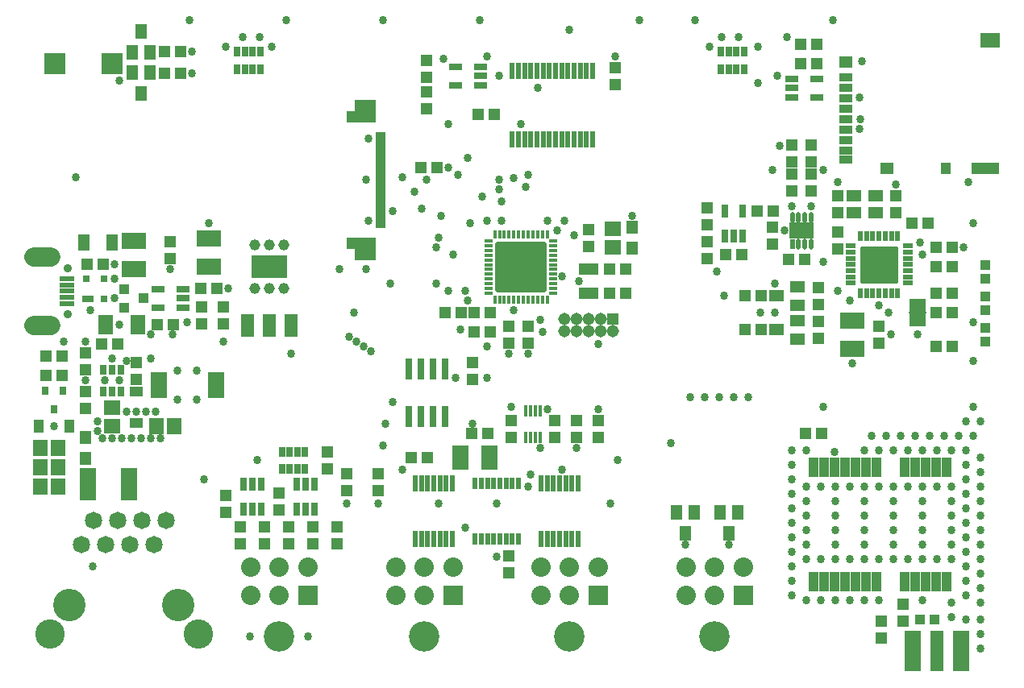
<source format=gts>
G04 EAGLE Gerber RS-274X export*
G75*
%MOMM*%
%FSLAX34Y34*%
%LPD*%
%INSoldermask Top*%
%IPPOS*%
%AMOC8*
5,1,8,0,0,1.08239X$1,22.5*%
G01*
%ADD10R,1.203200X1.303200*%
%ADD11R,1.303200X1.203200*%
%ADD12R,2.603200X1.803200*%
%ADD13R,1.703200X1.503200*%
%ADD14R,1.574800X0.609600*%
%ADD15C,2.003200*%
%ADD16C,0.903200*%
%ADD17R,0.603200X1.703200*%
%ADD18R,1.422400X2.438400*%
%ADD19R,3.803200X2.403200*%
%ADD20R,1.403200X0.753200*%
%ADD21R,0.762000X1.473200*%
%ADD22R,0.762000X2.184400*%
%ADD23R,1.727200X4.267200*%
%ADD24R,1.473200X4.267200*%
%ADD25R,0.508000X1.193800*%
%ADD26R,0.457200X1.270000*%
%ADD27R,2.203200X2.203200*%
%ADD28R,1.503200X1.703200*%
%ADD29R,2.200000X1.150000*%
%ADD30R,3.050000X1.300000*%
%ADD31R,1.003200X0.503200*%
%ADD32R,1.803200X2.603200*%
%ADD33R,0.558800X1.676400*%
%ADD34R,1.003200X2.003200*%
%ADD35R,1.403200X0.903200*%
%ADD36R,1.003200X1.203200*%
%ADD37R,1.403200X1.203200*%
%ADD38R,3.003200X1.203200*%
%ADD39R,2.103200X1.503200*%
%ADD40C,3.083200*%
%ADD41C,1.823200*%
%ADD42C,3.403200*%
%ADD43R,1.703200X2.703200*%
%ADD44R,1.003200X1.003200*%
%ADD45R,0.703200X1.103200*%
%ADD46R,1.203200X1.603200*%
%ADD47R,1.503200X1.303200*%
%ADD48R,2.039200X2.039200*%
%ADD49C,2.039200*%
%ADD50C,3.203200*%
%ADD51R,0.495200X1.109200*%
%ADD52C,0.495200*%
%ADD53R,2.003200X1.203200*%
%ADD54R,1.311200X1.311200*%
%ADD55C,1.311200*%
%ADD56R,1.113200X1.423200*%
%ADD57R,1.423200X1.113200*%
%ADD58R,1.603200X2.003200*%
%ADD59R,1.203200X1.403200*%
%ADD60R,0.803200X1.103200*%
%ADD61R,1.203200X0.803200*%
%ADD62R,0.803200X0.803200*%
%ADD63R,0.553200X1.053200*%
%ADD64R,1.053200X0.553200*%
%ADD65C,0.390319*%
%ADD66R,1.092200X0.990600*%
%ADD67R,0.762200X0.927200*%
%ADD68R,1.203200X1.803200*%
%ADD69R,1.703200X3.403200*%
%ADD70R,1.803400X1.371600*%
%ADD71R,1.828800X0.152400*%
%ADD72R,1.603200X1.203200*%
%ADD73C,0.481788*%
%ADD74R,0.903200X0.453200*%
%ADD75R,0.453200X0.903200*%
%ADD76C,0.855600*%
%ADD77C,1.155600*%


D10*
X528320Y361560D03*
X528320Y344560D03*
X899160Y34680D03*
X899160Y51680D03*
D11*
X814460Y657860D03*
X831460Y657860D03*
D10*
X591820Y446160D03*
X591820Y463160D03*
X469900Y323460D03*
X469900Y306460D03*
X508000Y361560D03*
X508000Y344560D03*
D11*
X488560Y355600D03*
X471560Y355600D03*
D12*
X114300Y451880D03*
X114300Y421880D03*
X193040Y424420D03*
X193040Y454420D03*
D11*
X613800Y396240D03*
X630800Y396240D03*
X138820Y363220D03*
X155820Y363220D03*
X65160Y426720D03*
X82160Y426720D03*
X613800Y421640D03*
X630800Y421640D03*
D10*
X619760Y616340D03*
X619760Y633340D03*
D13*
X91440Y276200D03*
X91440Y257200D03*
D10*
X116840Y323460D03*
X116840Y306460D03*
X210820Y183760D03*
X210820Y166760D03*
X317500Y212480D03*
X317500Y229480D03*
D11*
X458080Y375920D03*
X441080Y375920D03*
D10*
X208280Y381880D03*
X208280Y364880D03*
D11*
X819540Y248920D03*
X836540Y248920D03*
D14*
X43815Y398780D03*
X43815Y405193D03*
X43815Y385955D03*
D15*
X27256Y434896D02*
X9256Y434896D01*
X9256Y362664D02*
X27256Y362664D01*
D14*
X43815Y392368D03*
X43815Y411605D03*
D16*
X44450Y422989D03*
X44450Y374571D03*
D17*
X595970Y630610D03*
X589470Y630610D03*
X582970Y630610D03*
X576470Y630610D03*
X569970Y630610D03*
X563470Y630610D03*
X556970Y630610D03*
X550470Y630610D03*
X543970Y630610D03*
X537470Y630610D03*
X530970Y630610D03*
X524470Y630610D03*
X517970Y630610D03*
X511470Y630610D03*
X511470Y558110D03*
X517970Y558110D03*
X524470Y558110D03*
X530970Y558110D03*
X537470Y558110D03*
X543970Y558110D03*
X550470Y558110D03*
X556970Y558110D03*
X563470Y558110D03*
X569970Y558110D03*
X576470Y558110D03*
X582970Y558110D03*
X589470Y558110D03*
X595970Y558110D03*
D18*
X233426Y362712D03*
X256540Y362712D03*
X279654Y362712D03*
D19*
X256540Y424690D03*
D20*
X165401Y381660D03*
X165401Y391160D03*
X165401Y400660D03*
X139399Y400660D03*
X139399Y381660D03*
D10*
X80400Y342900D03*
X97400Y342900D03*
D11*
X922020Y69460D03*
X922020Y52460D03*
D10*
X488560Y375920D03*
X471560Y375920D03*
D11*
X63500Y275980D03*
X63500Y292980D03*
X152400Y433460D03*
X152400Y450460D03*
X63500Y333620D03*
X63500Y316620D03*
D10*
X184540Y401320D03*
X201540Y401320D03*
D11*
X185420Y364880D03*
X185420Y381880D03*
D10*
X492370Y584200D03*
X475370Y584200D03*
D21*
X229362Y169926D03*
X238760Y169926D03*
X248158Y169926D03*
X248158Y195834D03*
X238760Y195834D03*
X229362Y195834D03*
X285242Y169926D03*
X294640Y169926D03*
X304038Y169926D03*
X304038Y195834D03*
X294640Y195834D03*
X285242Y195834D03*
D22*
X402590Y267462D03*
X415290Y267462D03*
X427990Y267462D03*
X440690Y267462D03*
X440690Y316738D03*
X427990Y316738D03*
X415290Y316738D03*
X402590Y316738D03*
D23*
X982980Y20320D03*
X932180Y20320D03*
D24*
X957580Y20320D03*
D25*
X518050Y196818D03*
X511550Y196818D03*
X505050Y196818D03*
X498550Y196818D03*
X492050Y196818D03*
X485550Y196818D03*
X479050Y196818D03*
X472550Y196818D03*
X472550Y138462D03*
X479050Y138462D03*
X485550Y138462D03*
X492050Y138462D03*
X498550Y138462D03*
X505050Y138462D03*
X511550Y138462D03*
X518050Y138462D03*
D26*
X541020Y273304D03*
X535940Y273304D03*
X530860Y273304D03*
X525780Y273304D03*
X525780Y244856D03*
X530860Y244856D03*
X535940Y244856D03*
X541020Y244856D03*
D27*
X90960Y637540D03*
X30960Y637540D03*
D28*
X156820Y256540D03*
X137820Y256540D03*
D29*
X356980Y437370D03*
D30*
X352730Y449120D03*
D29*
X356980Y593870D03*
D30*
X352730Y582120D03*
D31*
X372980Y563120D03*
X372980Y558120D03*
X372980Y553120D03*
X372980Y548120D03*
X372980Y543120D03*
X372980Y538120D03*
X372980Y533120D03*
X372980Y528120D03*
X372980Y523120D03*
X372980Y518120D03*
X372980Y513120D03*
X372980Y508120D03*
X372980Y503120D03*
X372980Y498120D03*
X372980Y493120D03*
X372980Y488120D03*
X372980Y483120D03*
X372980Y478120D03*
X372980Y473120D03*
X372980Y468120D03*
D11*
X486020Y248920D03*
X469020Y248920D03*
D10*
X601980Y245500D03*
X601980Y262500D03*
D32*
X487440Y223520D03*
X457440Y223520D03*
D33*
X541782Y138430D03*
X548386Y138430D03*
X554736Y138430D03*
X561340Y138430D03*
X567944Y138430D03*
X574294Y138430D03*
X580898Y138430D03*
X580898Y196850D03*
X574294Y196850D03*
X567944Y196850D03*
X561340Y196850D03*
X554736Y196850D03*
X548386Y196850D03*
X541782Y196850D03*
X448818Y196850D03*
X442214Y196850D03*
X435864Y196850D03*
X429260Y196850D03*
X422656Y196850D03*
X416306Y196850D03*
X409702Y196850D03*
X409702Y138430D03*
X416306Y138430D03*
X422656Y138430D03*
X429260Y138430D03*
X435864Y138430D03*
X442214Y138430D03*
X448818Y138430D03*
D11*
X405520Y223520D03*
X422520Y223520D03*
D10*
X508000Y103260D03*
X508000Y120260D03*
D34*
X827700Y93480D03*
X838700Y93480D03*
X849700Y93480D03*
X860700Y93480D03*
X871700Y93480D03*
X882700Y93480D03*
X893700Y93480D03*
X923700Y93480D03*
X934700Y93480D03*
X945700Y93480D03*
X956700Y93480D03*
X967700Y93480D03*
X967700Y213480D03*
X956700Y213480D03*
X945700Y213480D03*
X934700Y213480D03*
X923700Y213480D03*
X893700Y213480D03*
X882700Y213480D03*
X871700Y213480D03*
X860700Y213480D03*
X849700Y213480D03*
X838700Y213480D03*
X827700Y213480D03*
D20*
X804879Y621640D03*
X804879Y612140D03*
X804879Y602640D03*
X830881Y602640D03*
X830881Y621640D03*
D35*
X862060Y623820D03*
X862060Y612820D03*
X862060Y601820D03*
X862060Y590820D03*
X862060Y579820D03*
X862060Y568820D03*
X862060Y557820D03*
X862060Y546820D03*
D36*
X967060Y527820D03*
D35*
X862060Y537320D03*
D37*
X862060Y639320D03*
X905060Y527820D03*
D38*
X1008560Y527820D03*
D39*
X1013060Y662820D03*
D40*
X181580Y38100D03*
X26180Y38100D03*
D41*
X72130Y157500D03*
X148330Y157500D03*
X122930Y157500D03*
X135630Y132100D03*
X110230Y132100D03*
X59430Y132100D03*
X84830Y132100D03*
X97530Y157500D03*
D42*
X161030Y68700D03*
X46730Y68700D03*
D43*
X140180Y299720D03*
X200180Y299720D03*
D44*
X939800Y53340D03*
X955040Y53340D03*
D45*
X754950Y650350D03*
X746950Y650350D03*
X738950Y650350D03*
X730950Y650350D03*
X730950Y632350D03*
X738950Y632350D03*
X746950Y632350D03*
X754950Y632350D03*
X246950Y650350D03*
X238950Y650350D03*
X230950Y650350D03*
X222950Y650350D03*
X222950Y632350D03*
X230950Y632350D03*
X238950Y632350D03*
X246950Y632350D03*
X269940Y211980D03*
X277940Y211980D03*
X285940Y211980D03*
X293940Y211980D03*
X293940Y229980D03*
X285940Y229980D03*
X277940Y229980D03*
X269940Y229980D03*
D11*
X421640Y623960D03*
X421640Y640960D03*
X421640Y607940D03*
X421640Y590940D03*
D10*
X814460Y637540D03*
X831460Y637540D03*
D11*
X579120Y245500D03*
X579120Y262500D03*
X556260Y262500D03*
X556260Y245500D03*
X510540Y262500D03*
X510540Y245500D03*
X226060Y133740D03*
X226060Y150740D03*
X251460Y133740D03*
X251460Y150740D03*
X302260Y133740D03*
X302260Y150740D03*
X266700Y186300D03*
X266700Y169300D03*
X276860Y133740D03*
X276860Y150740D03*
X327660Y133740D03*
X327660Y150740D03*
X370840Y206620D03*
X370840Y189620D03*
X337820Y206620D03*
X337820Y189620D03*
D10*
X415680Y528320D03*
X432680Y528320D03*
X948300Y469900D03*
X931300Y469900D03*
X914400Y481720D03*
X914400Y498720D03*
X853440Y481720D03*
X853440Y498720D03*
D11*
X956700Y444500D03*
X973700Y444500D03*
D10*
X956700Y375920D03*
X973700Y375920D03*
X853440Y443620D03*
X853440Y460620D03*
D12*
X868680Y368060D03*
X868680Y338060D03*
D11*
X896620Y344560D03*
X896620Y361560D03*
D44*
X1008380Y345560D03*
X1008380Y360560D03*
D10*
X956700Y340360D03*
X973700Y340360D03*
D44*
X1008380Y426600D03*
X1008380Y411600D03*
X1008380Y378580D03*
X1008380Y393580D03*
D10*
X956700Y424180D03*
X973700Y424180D03*
D46*
X739140Y143940D03*
X729640Y165940D03*
X748640Y165940D03*
D11*
X805180Y504580D03*
X805180Y521580D03*
X825500Y504580D03*
X825500Y521580D03*
D10*
X805180Y535060D03*
X805180Y552060D03*
X825500Y535060D03*
X825500Y552060D03*
D11*
X818760Y431800D03*
X801760Y431800D03*
D47*
X892880Y499220D03*
X869880Y499220D03*
X869880Y481220D03*
X892880Y481220D03*
D10*
X38980Y309880D03*
X21980Y309880D03*
D48*
X601500Y78760D03*
D49*
X571500Y78760D03*
X541500Y78760D03*
X601500Y108760D03*
X571500Y108760D03*
X541500Y108760D03*
D50*
X571500Y35560D03*
D48*
X449100Y78760D03*
D49*
X419100Y78760D03*
X389100Y78760D03*
X449100Y108760D03*
X419100Y108760D03*
X389100Y108760D03*
D50*
X419100Y35560D03*
D48*
X296700Y78760D03*
D49*
X266700Y78760D03*
X236700Y78760D03*
X296700Y108760D03*
X266700Y108760D03*
X236700Y108760D03*
D50*
X266700Y35560D03*
D20*
X477821Y615340D03*
X477821Y624840D03*
X477821Y634340D03*
X451819Y634340D03*
X451819Y615340D03*
D51*
X805590Y448250D03*
D52*
X812090Y445180D02*
X812090Y451320D01*
X818590Y451320D02*
X818590Y445180D01*
X825090Y445180D02*
X825090Y451320D01*
X825090Y473240D02*
X825090Y479380D01*
X818590Y479380D02*
X818590Y473240D01*
X812090Y473240D02*
X812090Y479380D01*
X805590Y479380D02*
X805590Y473240D01*
D12*
X815340Y462280D03*
D53*
X591820Y421640D03*
X591820Y396640D03*
D54*
X617220Y369570D03*
D55*
X617220Y356870D03*
X604520Y369570D03*
X604520Y356870D03*
X591820Y369570D03*
X591820Y356870D03*
X579120Y369570D03*
X579120Y356870D03*
X566420Y369570D03*
X566420Y356870D03*
D56*
X46855Y256540D03*
X14105Y256540D03*
D57*
X116840Y260485D03*
X116840Y293235D03*
D58*
X118600Y363220D03*
X84600Y363220D03*
D59*
X63500Y244680D03*
X63500Y222680D03*
X637540Y443660D03*
X637540Y465660D03*
D60*
X100940Y316300D03*
X91440Y316300D03*
X81940Y316300D03*
X81940Y293300D03*
X91440Y293300D03*
X100940Y293300D03*
D61*
X66160Y390820D03*
D62*
X83160Y390820D03*
X83160Y411820D03*
X64160Y411820D03*
D63*
X916120Y456720D03*
X909620Y456720D03*
X903120Y456720D03*
X896620Y456720D03*
X890120Y456720D03*
X883620Y456720D03*
X877120Y456720D03*
D64*
X866620Y446220D03*
X866620Y439720D03*
X866620Y433220D03*
X866620Y426720D03*
X866620Y420220D03*
X866620Y413720D03*
X866620Y407220D03*
D63*
X877120Y396720D03*
X883620Y396720D03*
X890120Y396720D03*
X896620Y396720D03*
X903120Y396720D03*
X909620Y396720D03*
X916120Y396720D03*
D64*
X926620Y407220D03*
X926620Y413720D03*
X926620Y420220D03*
X926620Y426720D03*
X926620Y433220D03*
X926620Y439720D03*
X926620Y446220D03*
D65*
X879055Y444285D02*
X879055Y409155D01*
X879055Y444285D02*
X914185Y444285D01*
X914185Y409155D01*
X879055Y409155D01*
X879055Y412863D02*
X914185Y412863D01*
X914185Y416571D02*
X879055Y416571D01*
X879055Y420279D02*
X914185Y420279D01*
X914185Y423987D02*
X879055Y423987D01*
X879055Y427695D02*
X914185Y427695D01*
X914185Y431403D02*
X879055Y431403D01*
X879055Y435111D02*
X914185Y435111D01*
X914185Y438819D02*
X879055Y438819D01*
X879055Y442527D02*
X914185Y442527D01*
D66*
X124460Y391414D03*
X104140Y381762D03*
X104140Y401066D03*
D46*
X121920Y671400D03*
X131420Y649400D03*
X112420Y649400D03*
X121920Y606220D03*
X112420Y628220D03*
X131420Y628220D03*
D67*
X39980Y294320D03*
X20980Y294320D03*
X30480Y274640D03*
D10*
X163440Y627380D03*
X146440Y627380D03*
X163440Y650240D03*
X146440Y650240D03*
D11*
X21980Y330200D03*
X38980Y330200D03*
D68*
X61280Y449580D03*
X91280Y449580D03*
D69*
X66200Y195580D03*
X108700Y195580D03*
D13*
X617220Y445160D03*
X617220Y464160D03*
D11*
X784860Y465700D03*
X784860Y448700D03*
D10*
X956700Y396240D03*
X973700Y396240D03*
D70*
X937260Y368300D03*
X937260Y383540D03*
D71*
X937260Y375920D03*
D72*
X789100Y393700D03*
X811100Y403200D03*
X811100Y384200D03*
X789100Y358140D03*
X811100Y367640D03*
X811100Y348640D03*
D10*
X773040Y393700D03*
X756040Y393700D03*
X773040Y358140D03*
X756040Y358140D03*
D11*
X833120Y402200D03*
X833120Y385200D03*
X833120Y366640D03*
X833120Y349640D03*
X716280Y469020D03*
X716280Y486020D03*
X716280Y433460D03*
X716280Y450460D03*
D10*
X735720Y436880D03*
X752720Y436880D03*
X785740Y482600D03*
X768740Y482600D03*
D21*
X734822Y456946D03*
X744220Y456946D03*
X753618Y456946D03*
X753618Y482854D03*
X734822Y482854D03*
D73*
X545057Y448537D02*
X496343Y448537D01*
X545057Y448537D02*
X545057Y399823D01*
X496343Y399823D01*
X496343Y448537D01*
X496343Y404400D02*
X545057Y404400D01*
X545057Y408977D02*
X496343Y408977D01*
X496343Y413554D02*
X545057Y413554D01*
X545057Y418131D02*
X496343Y418131D01*
X496343Y422708D02*
X545057Y422708D01*
X545057Y427285D02*
X496343Y427285D01*
X496343Y431862D02*
X545057Y431862D01*
X545057Y436439D02*
X496343Y436439D01*
X496343Y441016D02*
X545057Y441016D01*
X545057Y445593D02*
X496343Y445593D01*
D74*
X554700Y396680D03*
X554700Y401680D03*
X554700Y406680D03*
X554700Y411680D03*
X554700Y416680D03*
X554700Y421680D03*
X554700Y426680D03*
X554700Y431680D03*
X554700Y436680D03*
X554700Y441680D03*
X554700Y446680D03*
X554700Y451680D03*
D75*
X548200Y458180D03*
X543200Y458180D03*
X538200Y458180D03*
X533200Y458180D03*
X528200Y458180D03*
X523200Y458180D03*
X518200Y458180D03*
X513200Y458180D03*
X508200Y458180D03*
X503200Y458180D03*
X498200Y458180D03*
X493200Y458180D03*
D74*
X486700Y451680D03*
X486700Y446680D03*
X486700Y441680D03*
X486700Y436680D03*
X486700Y431680D03*
X486700Y426680D03*
X486700Y421680D03*
X486700Y416680D03*
X486700Y411680D03*
X486700Y406680D03*
X486700Y401680D03*
X486700Y396680D03*
D75*
X493200Y390180D03*
X498200Y390180D03*
X503200Y390180D03*
X508200Y390180D03*
X513200Y390180D03*
X518200Y390180D03*
X523200Y390180D03*
X528200Y390180D03*
X533200Y390180D03*
X538200Y390180D03*
X543200Y390180D03*
X548200Y390180D03*
D48*
X753900Y78760D03*
D49*
X723900Y78760D03*
X693900Y78760D03*
X753900Y108760D03*
X723900Y108760D03*
X693900Y108760D03*
D50*
X723900Y35560D03*
D46*
X693420Y143940D03*
X683920Y165940D03*
X702920Y165940D03*
D28*
X15900Y233680D03*
X34900Y233680D03*
X15900Y213360D03*
X34900Y213360D03*
X15900Y193040D03*
X34900Y193040D03*
D76*
X528320Y193040D03*
X386080Y482600D03*
X279400Y332740D03*
X495300Y175260D03*
X838200Y429260D03*
X434340Y175260D03*
X614680Y175260D03*
X678180Y238760D03*
X337820Y175260D03*
X370840Y175260D03*
X187960Y200660D03*
X820420Y193040D03*
X820420Y177800D03*
X820420Y162560D03*
X820420Y147320D03*
X820420Y132080D03*
X820420Y116840D03*
X835660Y193040D03*
X866140Y193040D03*
X896620Y193040D03*
X927100Y193040D03*
X957580Y193040D03*
X850900Y193040D03*
X850900Y177800D03*
X850900Y162560D03*
X850900Y147320D03*
X850900Y132080D03*
X850900Y116840D03*
X835660Y116840D03*
X881380Y193040D03*
X911860Y193040D03*
X942340Y193040D03*
X972820Y193040D03*
X972820Y177800D03*
X972820Y162560D03*
X972820Y147320D03*
X972820Y132080D03*
X972820Y116840D03*
X957580Y116840D03*
X942340Y116840D03*
X927100Y116840D03*
X911860Y116840D03*
X896620Y116840D03*
X881380Y116840D03*
X866140Y116840D03*
X881380Y132080D03*
X881380Y147320D03*
X881380Y162560D03*
X881380Y177800D03*
X911860Y177800D03*
X911860Y162560D03*
X911860Y147320D03*
X911860Y132080D03*
X942340Y132080D03*
X942340Y147320D03*
X942340Y162560D03*
X942340Y177800D03*
X988060Y124460D03*
X988060Y109220D03*
X988060Y93980D03*
X988060Y78740D03*
X972820Y71120D03*
X942340Y73660D03*
X972820Y55880D03*
X988060Y53340D03*
X1003300Y53340D03*
X1003300Y38100D03*
X1003300Y22860D03*
X805180Y124460D03*
X805180Y109220D03*
X805180Y93980D03*
X805180Y78740D03*
X820420Y73660D03*
X835660Y73660D03*
X850900Y73660D03*
X866140Y73660D03*
X881380Y73660D03*
X896620Y73660D03*
X805180Y139700D03*
X805180Y154940D03*
X805180Y170180D03*
X988060Y139700D03*
X988060Y154940D03*
X988060Y170180D03*
X988060Y185420D03*
X988060Y200660D03*
X988060Y215900D03*
X988060Y231140D03*
X972820Y231140D03*
X957580Y231140D03*
X942340Y231140D03*
X927100Y231140D03*
X911860Y231140D03*
X896620Y231140D03*
X878840Y640080D03*
X881380Y231140D03*
X805180Y185420D03*
X805180Y200660D03*
X805180Y215900D03*
X805180Y231140D03*
X820420Y231140D03*
X995680Y246380D03*
X980440Y246380D03*
X965200Y246380D03*
X949960Y246380D03*
X934720Y246380D03*
X919480Y246380D03*
X904240Y246380D03*
X889000Y246380D03*
X988060Y261620D03*
X1003300Y261620D03*
X995680Y276860D03*
X1003300Y116840D03*
X1003300Y101600D03*
X1003300Y86360D03*
X1003300Y71120D03*
X1003300Y132080D03*
X1003300Y147320D03*
X1003300Y162560D03*
X1003300Y177800D03*
X1003300Y193040D03*
X1003300Y208280D03*
X1003300Y223520D03*
X538480Y612140D03*
X358140Y515620D03*
X462280Y149860D03*
X497840Y624840D03*
X132080Y243840D03*
X91440Y243840D03*
X76200Y251460D03*
X106680Y271780D03*
X127000Y271780D03*
X137160Y271780D03*
X116840Y271780D03*
X101600Y243840D03*
X111760Y243840D03*
X121920Y243840D03*
X142240Y243840D03*
X76200Y261620D03*
X91440Y327660D03*
X63500Y345440D03*
X132080Y327660D03*
X132080Y353060D03*
X154940Y353060D03*
X63500Y304800D03*
X520700Y574040D03*
X800100Y665480D03*
X876300Y568960D03*
X937260Y353060D03*
X985520Y444500D03*
X914400Y510540D03*
X853440Y513080D03*
X726440Y419100D03*
X868680Y322580D03*
X866140Y388620D03*
X939800Y449580D03*
X693420Y132080D03*
X739140Y132080D03*
X360680Y558800D03*
X360680Y472440D03*
X525780Y508000D03*
X563880Y414020D03*
X464820Y388620D03*
X513080Y378460D03*
X528320Y332740D03*
X508000Y332740D03*
X485140Y307340D03*
X548640Y274320D03*
X601980Y274320D03*
X469900Y259080D03*
X396240Y210820D03*
X99060Y619760D03*
X175260Y650240D03*
X152400Y421640D03*
X193040Y469900D03*
X93980Y426720D03*
X213360Y401320D03*
X208280Y345440D03*
X792480Y551180D03*
X619760Y645160D03*
X797560Y462280D03*
X787400Y406400D03*
X495300Y119380D03*
X530860Y205740D03*
X563880Y210820D03*
X510540Y276860D03*
X378460Y259080D03*
X375920Y236220D03*
X990600Y513080D03*
X601980Y342900D03*
X541020Y368300D03*
X581660Y408940D03*
X576580Y457200D03*
X558800Y462280D03*
X434340Y454660D03*
X431800Y406400D03*
X345440Y375920D03*
X408940Y502920D03*
X439420Y642620D03*
X485140Y645160D03*
X853440Y398780D03*
X909320Y353060D03*
X421640Y515620D03*
X485140Y472440D03*
X500380Y472440D03*
X454660Y520700D03*
X464820Y538480D03*
X497840Y505460D03*
X71120Y109220D03*
X236220Y35560D03*
X297180Y35560D03*
X160020Y314960D03*
X180340Y314960D03*
X180340Y284480D03*
X160020Y284480D03*
X83820Y304800D03*
X99060Y304800D03*
X30480Y256540D03*
X81280Y243840D03*
X68580Y378460D03*
X170180Y365760D03*
X243840Y220980D03*
X637540Y477520D03*
X995680Y325120D03*
X995680Y365760D03*
X995680Y469900D03*
X838200Y525780D03*
X784860Y525780D03*
X444500Y528320D03*
X444500Y574040D03*
X543560Y355600D03*
X457200Y358140D03*
X622300Y220980D03*
D77*
X241300Y447040D03*
X256540Y447040D03*
X271780Y447040D03*
X271780Y401320D03*
X256540Y401320D03*
X241300Y401320D03*
D76*
X838200Y276860D03*
X106680Y325120D03*
X99060Y363220D03*
X942340Y436880D03*
X396240Y518160D03*
X485140Y340360D03*
X383540Y406400D03*
X93980Y411480D03*
X444500Y398780D03*
X93980Y391160D03*
X462280Y398780D03*
X358140Y421640D03*
X330200Y421640D03*
X480060Y497840D03*
X789940Y624840D03*
X497840Y515620D03*
X769620Y617220D03*
X528320Y520700D03*
X876300Y601980D03*
X500380Y492760D03*
X513200Y518040D03*
X877000Y579820D03*
X386080Y281940D03*
X452120Y307340D03*
X436880Y477520D03*
X347980Y345440D03*
X416560Y485140D03*
X340360Y350520D03*
X548640Y472440D03*
X363220Y335280D03*
X848360Y683260D03*
X703580Y683260D03*
X645160Y683260D03*
X571500Y673100D03*
X467360Y469900D03*
X355600Y340360D03*
X541020Y233680D03*
X579120Y233680D03*
X477520Y683260D03*
X375920Y683260D03*
X274320Y683260D03*
X172720Y683260D03*
X896620Y383540D03*
X431800Y444500D03*
X906780Y375920D03*
X449580Y436880D03*
X805180Y487680D03*
X744220Y287020D03*
X825500Y487680D03*
X759460Y287020D03*
X734060Y393700D03*
X728980Y287020D03*
X53340Y518160D03*
X40640Y345440D03*
X566420Y472440D03*
X175260Y627380D03*
X849700Y229940D03*
X769620Y655320D03*
X749300Y665480D03*
X731520Y665480D03*
X718820Y655320D03*
X259080Y655320D03*
X246380Y665480D03*
X228600Y665480D03*
X210820Y655320D03*
X787400Y375920D03*
X698500Y287020D03*
X772160Y375920D03*
X713740Y287020D03*
M02*

</source>
